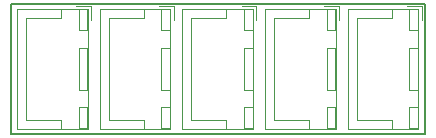
<source format=gbr>
%TF.GenerationSoftware,KiCad,Pcbnew,(5.1.9)-1*%
%TF.CreationDate,2021-06-10T11:00:13+02:00*%
%TF.ProjectId,20_Multiprise_JST_3pins,32305f4d-756c-4746-9970-726973655f4a,rev?*%
%TF.SameCoordinates,Original*%
%TF.FileFunction,Legend,Top*%
%TF.FilePolarity,Positive*%
%FSLAX46Y46*%
G04 Gerber Fmt 4.6, Leading zero omitted, Abs format (unit mm)*
G04 Created by KiCad (PCBNEW (5.1.9)-1) date 2021-06-10 11:00:13*
%MOMM*%
%LPD*%
G01*
G04 APERTURE LIST*
%TA.AperFunction,Profile*%
%ADD10C,0.150000*%
%TD*%
%ADD11C,0.120000*%
G04 APERTURE END LIST*
D10*
X145000000Y-133000000D02*
X145000000Y-122000000D01*
X180000000Y-133000000D02*
X145000000Y-133000000D01*
X180000000Y-122000000D02*
X180000000Y-133000000D01*
X145000000Y-122000000D02*
X180000000Y-122000000D01*
D11*
%TO.C,J1*%
X151750000Y-122150000D02*
X150500000Y-122150000D01*
X151750000Y-123400000D02*
X151750000Y-122150000D01*
X146250000Y-131800000D02*
X146250000Y-127500000D01*
X149200000Y-131800000D02*
X146250000Y-131800000D01*
X149200000Y-132550000D02*
X149200000Y-131800000D01*
X146250000Y-123200000D02*
X146250000Y-127500000D01*
X149200000Y-123200000D02*
X146250000Y-123200000D01*
X149200000Y-122450000D02*
X149200000Y-123200000D01*
X151450000Y-132550000D02*
X151450000Y-130750000D01*
X150700000Y-132550000D02*
X151450000Y-132550000D01*
X150700000Y-130750000D02*
X150700000Y-132550000D01*
X151450000Y-130750000D02*
X150700000Y-130750000D01*
X151450000Y-124250000D02*
X151450000Y-122450000D01*
X150700000Y-124250000D02*
X151450000Y-124250000D01*
X150700000Y-122450000D02*
X150700000Y-124250000D01*
X151450000Y-122450000D02*
X150700000Y-122450000D01*
X151450000Y-129250000D02*
X151450000Y-125750000D01*
X150700000Y-129250000D02*
X151450000Y-129250000D01*
X150700000Y-125750000D02*
X150700000Y-129250000D01*
X151450000Y-125750000D02*
X150700000Y-125750000D01*
X151460000Y-132560000D02*
X151460000Y-122440000D01*
X145490000Y-132560000D02*
X151460000Y-132560000D01*
X145490000Y-122440000D02*
X145490000Y-132560000D01*
X151460000Y-122440000D02*
X145490000Y-122440000D01*
%TO.C,J2*%
X158460000Y-122440000D02*
X152490000Y-122440000D01*
X152490000Y-122440000D02*
X152490000Y-132560000D01*
X152490000Y-132560000D02*
X158460000Y-132560000D01*
X158460000Y-132560000D02*
X158460000Y-122440000D01*
X158450000Y-125750000D02*
X157700000Y-125750000D01*
X157700000Y-125750000D02*
X157700000Y-129250000D01*
X157700000Y-129250000D02*
X158450000Y-129250000D01*
X158450000Y-129250000D02*
X158450000Y-125750000D01*
X158450000Y-122450000D02*
X157700000Y-122450000D01*
X157700000Y-122450000D02*
X157700000Y-124250000D01*
X157700000Y-124250000D02*
X158450000Y-124250000D01*
X158450000Y-124250000D02*
X158450000Y-122450000D01*
X158450000Y-130750000D02*
X157700000Y-130750000D01*
X157700000Y-130750000D02*
X157700000Y-132550000D01*
X157700000Y-132550000D02*
X158450000Y-132550000D01*
X158450000Y-132550000D02*
X158450000Y-130750000D01*
X156200000Y-122450000D02*
X156200000Y-123200000D01*
X156200000Y-123200000D02*
X153250000Y-123200000D01*
X153250000Y-123200000D02*
X153250000Y-127500000D01*
X156200000Y-132550000D02*
X156200000Y-131800000D01*
X156200000Y-131800000D02*
X153250000Y-131800000D01*
X153250000Y-131800000D02*
X153250000Y-127500000D01*
X158750000Y-123400000D02*
X158750000Y-122150000D01*
X158750000Y-122150000D02*
X157500000Y-122150000D01*
%TO.C,J3*%
X165750000Y-122150000D02*
X164500000Y-122150000D01*
X165750000Y-123400000D02*
X165750000Y-122150000D01*
X160250000Y-131800000D02*
X160250000Y-127500000D01*
X163200000Y-131800000D02*
X160250000Y-131800000D01*
X163200000Y-132550000D02*
X163200000Y-131800000D01*
X160250000Y-123200000D02*
X160250000Y-127500000D01*
X163200000Y-123200000D02*
X160250000Y-123200000D01*
X163200000Y-122450000D02*
X163200000Y-123200000D01*
X165450000Y-132550000D02*
X165450000Y-130750000D01*
X164700000Y-132550000D02*
X165450000Y-132550000D01*
X164700000Y-130750000D02*
X164700000Y-132550000D01*
X165450000Y-130750000D02*
X164700000Y-130750000D01*
X165450000Y-124250000D02*
X165450000Y-122450000D01*
X164700000Y-124250000D02*
X165450000Y-124250000D01*
X164700000Y-122450000D02*
X164700000Y-124250000D01*
X165450000Y-122450000D02*
X164700000Y-122450000D01*
X165450000Y-129250000D02*
X165450000Y-125750000D01*
X164700000Y-129250000D02*
X165450000Y-129250000D01*
X164700000Y-125750000D02*
X164700000Y-129250000D01*
X165450000Y-125750000D02*
X164700000Y-125750000D01*
X165460000Y-132560000D02*
X165460000Y-122440000D01*
X159490000Y-132560000D02*
X165460000Y-132560000D01*
X159490000Y-122440000D02*
X159490000Y-132560000D01*
X165460000Y-122440000D02*
X159490000Y-122440000D01*
%TO.C,J4*%
X172460000Y-122440000D02*
X166490000Y-122440000D01*
X166490000Y-122440000D02*
X166490000Y-132560000D01*
X166490000Y-132560000D02*
X172460000Y-132560000D01*
X172460000Y-132560000D02*
X172460000Y-122440000D01*
X172450000Y-125750000D02*
X171700000Y-125750000D01*
X171700000Y-125750000D02*
X171700000Y-129250000D01*
X171700000Y-129250000D02*
X172450000Y-129250000D01*
X172450000Y-129250000D02*
X172450000Y-125750000D01*
X172450000Y-122450000D02*
X171700000Y-122450000D01*
X171700000Y-122450000D02*
X171700000Y-124250000D01*
X171700000Y-124250000D02*
X172450000Y-124250000D01*
X172450000Y-124250000D02*
X172450000Y-122450000D01*
X172450000Y-130750000D02*
X171700000Y-130750000D01*
X171700000Y-130750000D02*
X171700000Y-132550000D01*
X171700000Y-132550000D02*
X172450000Y-132550000D01*
X172450000Y-132550000D02*
X172450000Y-130750000D01*
X170200000Y-122450000D02*
X170200000Y-123200000D01*
X170200000Y-123200000D02*
X167250000Y-123200000D01*
X167250000Y-123200000D02*
X167250000Y-127500000D01*
X170200000Y-132550000D02*
X170200000Y-131800000D01*
X170200000Y-131800000D02*
X167250000Y-131800000D01*
X167250000Y-131800000D02*
X167250000Y-127500000D01*
X172750000Y-123400000D02*
X172750000Y-122150000D01*
X172750000Y-122150000D02*
X171500000Y-122150000D01*
%TO.C,J5*%
X179750000Y-122150000D02*
X178500000Y-122150000D01*
X179750000Y-123400000D02*
X179750000Y-122150000D01*
X174250000Y-131800000D02*
X174250000Y-127500000D01*
X177200000Y-131800000D02*
X174250000Y-131800000D01*
X177200000Y-132550000D02*
X177200000Y-131800000D01*
X174250000Y-123200000D02*
X174250000Y-127500000D01*
X177200000Y-123200000D02*
X174250000Y-123200000D01*
X177200000Y-122450000D02*
X177200000Y-123200000D01*
X179450000Y-132550000D02*
X179450000Y-130750000D01*
X178700000Y-132550000D02*
X179450000Y-132550000D01*
X178700000Y-130750000D02*
X178700000Y-132550000D01*
X179450000Y-130750000D02*
X178700000Y-130750000D01*
X179450000Y-124250000D02*
X179450000Y-122450000D01*
X178700000Y-124250000D02*
X179450000Y-124250000D01*
X178700000Y-122450000D02*
X178700000Y-124250000D01*
X179450000Y-122450000D02*
X178700000Y-122450000D01*
X179450000Y-129250000D02*
X179450000Y-125750000D01*
X178700000Y-129250000D02*
X179450000Y-129250000D01*
X178700000Y-125750000D02*
X178700000Y-129250000D01*
X179450000Y-125750000D02*
X178700000Y-125750000D01*
X179460000Y-132560000D02*
X179460000Y-122440000D01*
X173490000Y-132560000D02*
X179460000Y-132560000D01*
X173490000Y-122440000D02*
X173490000Y-132560000D01*
X179460000Y-122440000D02*
X173490000Y-122440000D01*
%TD*%
M02*

</source>
